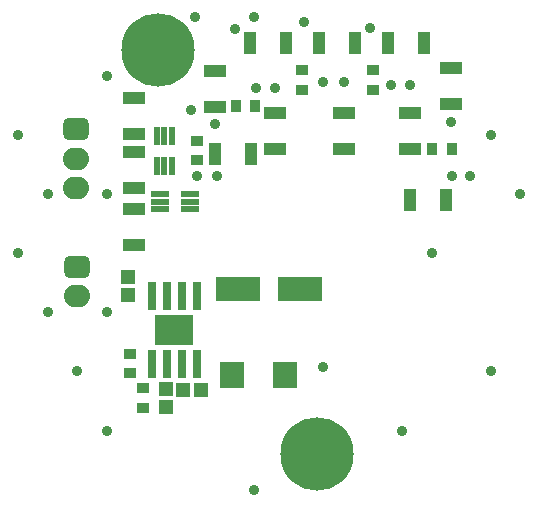
<source format=gbs>
G04*
G04 #@! TF.GenerationSoftware,Altium Limited,Altium Designer,21.4.1 (30)*
G04*
G04 Layer_Color=16711935*
%FSLAX25Y25*%
%MOIN*%
G70*
G04*
G04 #@! TF.SameCoordinates,C5A25FCA-50C6-4F6C-8C9A-811C773B13C6*
G04*
G04*
G04 #@! TF.FilePolarity,Negative*
G04*
G01*
G75*
G04:AMPARAMS|DCode=16|XSize=74.93mil|YSize=86.74mil|CornerRadius=20.73mil|HoleSize=0mil|Usage=FLASHONLY|Rotation=270.000|XOffset=0mil|YOffset=0mil|HoleType=Round|Shape=RoundedRectangle|*
%AMROUNDEDRECTD16*
21,1,0.07493,0.04528,0,0,270.0*
21,1,0.03347,0.08674,0,0,270.0*
1,1,0.04146,-0.02264,-0.01673*
1,1,0.04146,-0.02264,0.01673*
1,1,0.04146,0.02264,0.01673*
1,1,0.04146,0.02264,-0.01673*
%
%ADD16ROUNDEDRECTD16*%
%ADD17O,0.08674X0.07493*%
%ADD18C,0.24422*%
%ADD19C,0.03556*%
%ADD39R,0.01981X0.05918*%
%ADD40R,0.07296X0.04343*%
%ADD41R,0.04147X0.03556*%
%ADD42R,0.03556X0.04147*%
%ADD43R,0.14973X0.08083*%
%ADD44R,0.07887X0.08674*%
%ADD45R,0.02572X0.09265*%
%ADD46R,0.13005X0.10249*%
%ADD47R,0.04540X0.04540*%
%ADD48R,0.04540X0.04540*%
%ADD49R,0.04343X0.07296*%
%ADD50R,0.05918X0.01981*%
D16*
X314500Y336685D02*
D03*
X315000Y290843D02*
D03*
D17*
X314500Y326842D02*
D03*
Y317000D02*
D03*
X315000Y281000D02*
D03*
D18*
X395000Y228500D02*
D03*
X342000Y363000D02*
D03*
D19*
X452756Y334646D02*
D03*
X462598Y314961D02*
D03*
X452756Y255906D02*
D03*
X433071Y295276D02*
D03*
X423228Y236221D02*
D03*
X374016Y374016D02*
D03*
Y216535D02*
D03*
X354331Y374016D02*
D03*
X324803Y354331D02*
D03*
Y314961D02*
D03*
Y275591D02*
D03*
X314961Y255906D02*
D03*
X324803Y236221D02*
D03*
X295276Y334646D02*
D03*
X305118Y314961D02*
D03*
X295276Y295276D02*
D03*
X305118Y275591D02*
D03*
X446000Y321000D02*
D03*
X390500Y372500D02*
D03*
X367500Y370000D02*
D03*
X419500Y351500D02*
D03*
X355000Y321000D02*
D03*
X381000Y350500D02*
D03*
X361500Y321000D02*
D03*
X439500Y339000D02*
D03*
X426000Y351500D02*
D03*
X412500Y370500D02*
D03*
X397000Y257500D02*
D03*
X440000Y321000D02*
D03*
X374500Y350500D02*
D03*
X353000Y343000D02*
D03*
X404000Y352500D02*
D03*
X397000D02*
D03*
X361000Y338500D02*
D03*
D39*
X344000Y334500D02*
D03*
X341441D02*
D03*
X344000Y324461D02*
D03*
X341441D02*
D03*
X346559Y334500D02*
D03*
Y324461D02*
D03*
D40*
X334000Y297996D02*
D03*
Y310004D02*
D03*
X381000Y342004D02*
D03*
Y329996D02*
D03*
X334000Y334996D02*
D03*
Y347004D02*
D03*
X426000Y329996D02*
D03*
Y342004D02*
D03*
X404000Y329996D02*
D03*
Y342004D02*
D03*
X334000Y329004D02*
D03*
Y316996D02*
D03*
X439500Y357004D02*
D03*
Y344996D02*
D03*
X361000Y343996D02*
D03*
Y356004D02*
D03*
D41*
X413500Y349752D02*
D03*
Y356248D02*
D03*
X390000D02*
D03*
Y349752D02*
D03*
X332500Y255252D02*
D03*
Y261748D02*
D03*
X337000Y243752D02*
D03*
Y250248D02*
D03*
X355000Y332748D02*
D03*
Y326252D02*
D03*
D42*
X367752Y344500D02*
D03*
X374248D02*
D03*
X433252Y330000D02*
D03*
X439748D02*
D03*
D43*
X389342Y283289D02*
D03*
X368673D02*
D03*
D44*
X366484Y254789D02*
D03*
X384201D02*
D03*
D45*
X354842Y281108D02*
D03*
Y258470D02*
D03*
X349843D02*
D03*
X344843D02*
D03*
X339843D02*
D03*
X349843Y281108D02*
D03*
X344843D02*
D03*
X339843D02*
D03*
D46*
X347342Y269789D02*
D03*
D47*
X344500Y244047D02*
D03*
Y249953D02*
D03*
X332000Y287405D02*
D03*
Y281500D02*
D03*
D48*
X356295Y249789D02*
D03*
X350390D02*
D03*
D49*
X372496Y365500D02*
D03*
X384504D02*
D03*
X438004Y313000D02*
D03*
X425996D02*
D03*
X360996Y328500D02*
D03*
X373004D02*
D03*
X395496Y365500D02*
D03*
X407504D02*
D03*
X418496D02*
D03*
X430504D02*
D03*
D50*
X352539Y312500D02*
D03*
Y315059D02*
D03*
X342500Y312500D02*
D03*
Y315059D02*
D03*
X352539Y309941D02*
D03*
X342500D02*
D03*
M02*

</source>
